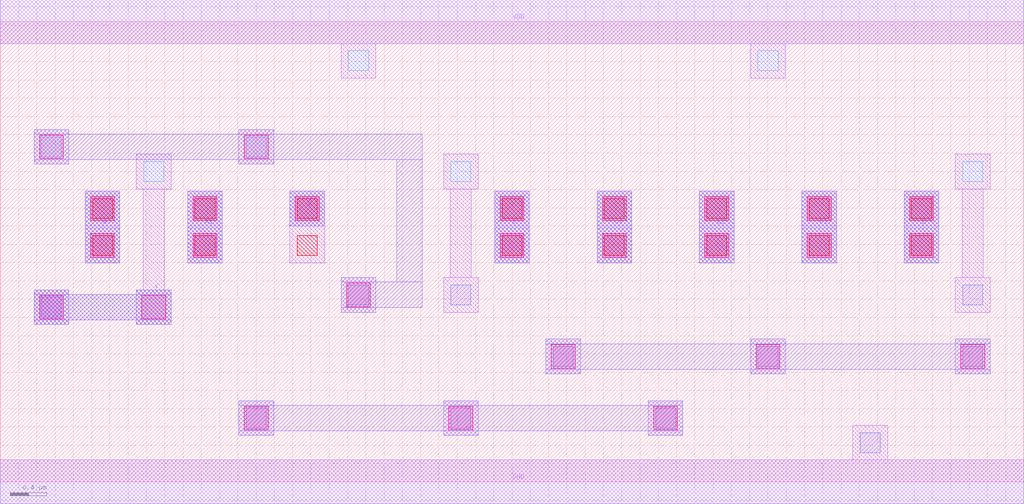
<source format=lef>
MACRO AOOOAI2132
 CLASS CORE ;
 FOREIGN AOOOAI2132 0 0 ;
 SIZE 11.200000000000001 BY 5.04 ;
 ORIGIN 0 0 ;
 SYMMETRY X Y R90 ;
 SITE unit ;
  PIN VDD
   DIRECTION INOUT ;
   USE POWER ;
   SHAPE ABUTMENT ;
    PORT
     CLASS CORE ;
       LAYER met1 ;
        RECT 0.00000000 4.80000000 11.20000000 5.28000000 ;
    END
  END VDD

  PIN GND
   DIRECTION INOUT ;
   USE POWER ;
   SHAPE ABUTMENT ;
    PORT
     CLASS CORE ;
       LAYER met1 ;
        RECT 0.00000000 -0.24000000 11.20000000 0.24000000 ;
    END
  END GND

  PIN Y
   DIRECTION INOUT ;
   USE SIGNAL ;
   SHAPE ABUTMENT ;
    PORT
     CLASS CORE ;
       LAYER met2 ;
        RECT 0.37000000 1.72200000 0.75000000 1.77200000 ;
        RECT 1.49000000 1.72200000 1.87000000 1.77200000 ;
        RECT 0.37000000 1.77200000 1.87000000 2.05200000 ;
        RECT 0.37000000 2.05200000 0.75000000 2.10200000 ;
        RECT 1.49000000 2.05200000 1.87000000 2.10200000 ;
    END
  END Y

  PIN C
   DIRECTION INOUT ;
   USE SIGNAL ;
   SHAPE ABUTMENT ;
    PORT
     CLASS CORE ;
       LAYER met2 ;
        RECT 5.41000000 2.39700000 5.79000000 3.18200000 ;
    END
  END C

  PIN B
   DIRECTION INOUT ;
   USE SIGNAL ;
   SHAPE ABUTMENT ;
    PORT
     CLASS CORE ;
       LAYER met2 ;
        RECT 3.17000000 2.80200000 3.55000000 3.18200000 ;
    END
  END B

  PIN A
   DIRECTION INOUT ;
   USE SIGNAL ;
   SHAPE ABUTMENT ;
    PORT
     CLASS CORE ;
       LAYER met2 ;
        RECT 0.93000000 2.39700000 1.31000000 3.18200000 ;
    END
  END A

  PIN A1
   DIRECTION INOUT ;
   USE SIGNAL ;
   SHAPE ABUTMENT ;
    PORT
     CLASS CORE ;
       LAYER met2 ;
        RECT 2.05000000 2.39700000 2.43000000 3.18200000 ;
    END
  END A1

  PIN D
   DIRECTION INOUT ;
   USE SIGNAL ;
   SHAPE ABUTMENT ;
    PORT
     CLASS CORE ;
       LAYER met2 ;
        RECT 9.89000000 2.39700000 10.27000000 3.18200000 ;
    END
  END D

  PIN C1
   DIRECTION INOUT ;
   USE SIGNAL ;
   SHAPE ABUTMENT ;
    PORT
     CLASS CORE ;
       LAYER met2 ;
        RECT 6.53000000 2.39700000 6.91000000 3.18200000 ;
    END
  END C1

  PIN C2
   DIRECTION INOUT ;
   USE SIGNAL ;
   SHAPE ABUTMENT ;
    PORT
     CLASS CORE ;
       LAYER met2 ;
        RECT 7.65000000 2.39700000 8.03000000 3.18200000 ;
    END
  END C2

  PIN D1
   DIRECTION INOUT ;
   USE SIGNAL ;
   SHAPE ABUTMENT ;
    PORT
     CLASS CORE ;
       LAYER met2 ;
        RECT 8.77000000 2.39700000 9.15000000 3.18200000 ;
    END
  END D1

 OBS
    LAYER polycont ;
     RECT 1.01000000 2.47700000 1.23000000 2.69700000 ;
     RECT 2.13000000 2.47700000 2.35000000 2.69700000 ;
     RECT 3.25000000 2.47700000 3.47000000 2.69700000 ;
     RECT 5.49000000 2.47700000 5.71000000 2.69700000 ;
     RECT 6.61000000 2.47700000 6.83000000 2.69700000 ;
     RECT 7.73000000 2.47700000 7.95000000 2.69700000 ;
     RECT 8.85000000 2.47700000 9.07000000 2.69700000 ;
     RECT 9.97000000 2.47700000 10.19000000 2.69700000 ;
     RECT 1.01000000 2.88200000 1.23000000 3.10200000 ;
     RECT 2.13000000 2.88200000 2.35000000 3.10200000 ;
     RECT 3.25000000 2.88200000 3.47000000 3.10200000 ;
     RECT 5.49000000 2.88200000 5.71000000 3.10200000 ;
     RECT 6.61000000 2.88200000 6.83000000 3.10200000 ;
     RECT 7.73000000 2.88200000 7.95000000 3.10200000 ;
     RECT 8.85000000 2.88200000 9.07000000 3.10200000 ;
     RECT 9.97000000 2.88200000 10.19000000 3.10200000 ;

    LAYER pdiffc ;
     RECT 1.57000000 3.28700000 1.79000000 3.50700000 ;
     RECT 4.93000000 3.28700000 5.15000000 3.50700000 ;
     RECT 10.53000000 3.28700000 10.75000000 3.50700000 ;
     RECT 0.45000000 3.55700000 0.67000000 3.77700000 ;
     RECT 2.69000000 3.55700000 2.91000000 3.77700000 ;
     RECT 3.81000000 4.50200000 4.03000000 4.72200000 ;
     RECT 8.29000000 4.50200000 8.51000000 4.72200000 ;

    LAYER ndiffc ;
     RECT 9.41000000 0.31700000 9.63000000 0.53700000 ;
     RECT 2.69000000 0.58700000 2.91000000 0.80700000 ;
     RECT 4.93000000 0.58700000 5.15000000 0.80700000 ;
     RECT 7.17000000 0.58700000 7.39000000 0.80700000 ;
     RECT 6.05000000 1.26200000 6.27000000 1.48200000 ;
     RECT 8.29000000 1.26200000 8.51000000 1.48200000 ;
     RECT 10.53000000 1.26200000 10.75000000 1.48200000 ;
     RECT 0.45000000 1.80200000 0.67000000 2.02200000 ;
     RECT 3.81000000 1.93700000 4.03000000 2.15700000 ;
     RECT 4.93000000 1.93700000 5.15000000 2.15700000 ;
     RECT 10.53000000 1.93700000 10.75000000 2.15700000 ;

    LAYER met1 ;
     RECT 0.00000000 -0.24000000 11.20000000 0.24000000 ;
     RECT 9.33000000 0.24000000 9.71000000 0.61700000 ;
     RECT 2.61000000 0.50700000 2.99000000 0.88700000 ;
     RECT 4.85000000 0.50700000 5.23000000 0.88700000 ;
     RECT 7.09000000 0.50700000 7.47000000 0.88700000 ;
     RECT 5.97000000 1.18200000 6.35000000 1.56200000 ;
     RECT 8.21000000 1.18200000 8.59000000 1.56200000 ;
     RECT 10.45000000 1.18200000 10.83000000 1.56200000 ;
     RECT 0.37000000 1.72200000 0.75000000 2.10200000 ;
     RECT 3.73000000 1.85700000 4.11000000 2.23700000 ;
     RECT 0.93000000 2.39700000 1.31000000 2.77700000 ;
     RECT 2.05000000 2.39700000 2.43000000 2.77700000 ;
     RECT 5.41000000 2.39700000 5.79000000 2.77700000 ;
     RECT 6.53000000 2.39700000 6.91000000 2.77700000 ;
     RECT 7.65000000 2.39700000 8.03000000 2.77700000 ;
     RECT 8.77000000 2.39700000 9.15000000 2.77700000 ;
     RECT 9.89000000 2.39700000 10.27000000 2.77700000 ;
     RECT 0.93000000 2.80200000 1.31000000 3.18200000 ;
     RECT 2.05000000 2.80200000 2.43000000 3.18200000 ;
     RECT 3.17000000 2.39700000 3.55000000 3.18200000 ;
     RECT 5.41000000 2.80200000 5.79000000 3.18200000 ;
     RECT 6.53000000 2.80200000 6.91000000 3.18200000 ;
     RECT 7.65000000 2.80200000 8.03000000 3.18200000 ;
     RECT 8.77000000 2.80200000 9.15000000 3.18200000 ;
     RECT 9.89000000 2.80200000 10.27000000 3.18200000 ;
     RECT 1.49000000 1.72200000 1.87000000 2.10200000 ;
     RECT 1.56500000 2.10200000 1.79500000 3.20700000 ;
     RECT 1.49000000 3.20700000 1.87000000 3.58700000 ;
     RECT 4.85000000 1.85700000 5.23000000 2.23700000 ;
     RECT 4.92500000 2.23700000 5.15500000 3.20700000 ;
     RECT 4.85000000 3.20700000 5.23000000 3.58700000 ;
     RECT 10.45000000 1.85700000 10.83000000 2.23700000 ;
     RECT 10.52500000 2.23700000 10.75500000 3.20700000 ;
     RECT 10.45000000 3.20700000 10.83000000 3.58700000 ;
     RECT 0.37000000 3.47700000 0.75000000 3.85700000 ;
     RECT 2.61000000 3.47700000 2.99000000 3.85700000 ;
     RECT 3.73000000 4.42200000 4.11000000 4.80000000 ;
     RECT 8.21000000 4.42200000 8.59000000 4.80000000 ;
     RECT 0.00000000 4.80000000 11.20000000 5.28000000 ;

    LAYER via1 ;
     RECT 2.67000000 0.56700000 2.93000000 0.82700000 ;
     RECT 4.91000000 0.56700000 5.17000000 0.82700000 ;
     RECT 7.15000000 0.56700000 7.41000000 0.82700000 ;
     RECT 6.03000000 1.24200000 6.29000000 1.50200000 ;
     RECT 8.27000000 1.24200000 8.53000000 1.50200000 ;
     RECT 10.51000000 1.24200000 10.77000000 1.50200000 ;
     RECT 0.43000000 1.78200000 0.69000000 2.04200000 ;
     RECT 1.55000000 1.78200000 1.81000000 2.04200000 ;
     RECT 3.79000000 1.91700000 4.05000000 2.17700000 ;
     RECT 0.99000000 2.45700000 1.25000000 2.71700000 ;
     RECT 2.11000000 2.45700000 2.37000000 2.71700000 ;
     RECT 5.47000000 2.45700000 5.73000000 2.71700000 ;
     RECT 6.59000000 2.45700000 6.85000000 2.71700000 ;
     RECT 7.71000000 2.45700000 7.97000000 2.71700000 ;
     RECT 8.83000000 2.45700000 9.09000000 2.71700000 ;
     RECT 9.95000000 2.45700000 10.21000000 2.71700000 ;
     RECT 0.99000000 2.86200000 1.25000000 3.12200000 ;
     RECT 2.11000000 2.86200000 2.37000000 3.12200000 ;
     RECT 3.23000000 2.86200000 3.49000000 3.12200000 ;
     RECT 5.47000000 2.86200000 5.73000000 3.12200000 ;
     RECT 6.59000000 2.86200000 6.85000000 3.12200000 ;
     RECT 7.71000000 2.86200000 7.97000000 3.12200000 ;
     RECT 8.83000000 2.86200000 9.09000000 3.12200000 ;
     RECT 9.95000000 2.86200000 10.21000000 3.12200000 ;
     RECT 0.43000000 3.53700000 0.69000000 3.79700000 ;
     RECT 2.67000000 3.53700000 2.93000000 3.79700000 ;

    LAYER met2 ;
     RECT 2.61000000 0.50700000 2.99000000 0.55700000 ;
     RECT 4.85000000 0.50700000 5.23000000 0.55700000 ;
     RECT 7.09000000 0.50700000 7.47000000 0.55700000 ;
     RECT 2.61000000 0.55700000 7.47000000 0.83700000 ;
     RECT 2.61000000 0.83700000 2.99000000 0.88700000 ;
     RECT 4.85000000 0.83700000 5.23000000 0.88700000 ;
     RECT 7.09000000 0.83700000 7.47000000 0.88700000 ;
     RECT 5.97000000 1.18200000 6.35000000 1.23200000 ;
     RECT 8.21000000 1.18200000 8.59000000 1.23200000 ;
     RECT 10.45000000 1.18200000 10.83000000 1.23200000 ;
     RECT 5.97000000 1.23200000 10.83000000 1.51200000 ;
     RECT 5.97000000 1.51200000 6.35000000 1.56200000 ;
     RECT 8.21000000 1.51200000 8.59000000 1.56200000 ;
     RECT 10.45000000 1.51200000 10.83000000 1.56200000 ;
     RECT 0.37000000 1.72200000 0.75000000 1.77200000 ;
     RECT 1.49000000 1.72200000 1.87000000 1.77200000 ;
     RECT 0.37000000 1.77200000 1.87000000 2.05200000 ;
     RECT 0.37000000 2.05200000 0.75000000 2.10200000 ;
     RECT 1.49000000 2.05200000 1.87000000 2.10200000 ;
     RECT 0.93000000 2.39700000 1.31000000 3.18200000 ;
     RECT 2.05000000 2.39700000 2.43000000 3.18200000 ;
     RECT 3.17000000 2.80200000 3.55000000 3.18200000 ;
     RECT 5.41000000 2.39700000 5.79000000 3.18200000 ;
     RECT 6.53000000 2.39700000 6.91000000 3.18200000 ;
     RECT 7.65000000 2.39700000 8.03000000 3.18200000 ;
     RECT 8.77000000 2.39700000 9.15000000 3.18200000 ;
     RECT 9.89000000 2.39700000 10.27000000 3.18200000 ;
     RECT 3.73000000 1.85700000 4.11000000 1.90700000 ;
     RECT 3.73000000 1.90700000 4.62000000 2.18700000 ;
     RECT 3.73000000 2.18700000 4.11000000 2.23700000 ;
     RECT 0.37000000 3.47700000 0.75000000 3.52700000 ;
     RECT 2.61000000 3.47700000 2.99000000 3.52700000 ;
     RECT 4.34000000 2.18700000 4.62000000 3.52700000 ;
     RECT 0.37000000 3.52700000 4.62000000 3.80700000 ;
     RECT 0.37000000 3.80700000 0.75000000 3.85700000 ;
     RECT 2.61000000 3.80700000 2.99000000 3.85700000 ;

 END
END AOOOAI2132

</source>
